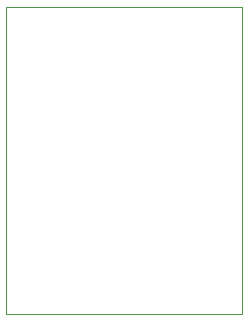
<source format=gko>
G75*
%MOIN*%
%OFA0B0*%
%FSLAX25Y25*%
%IPPOS*%
%LPD*%
%AMOC8*
5,1,8,0,0,1.08239X$1,22.5*
%
%ADD10C,0.00000*%
D10*
X0018776Y0019760D02*
X0018776Y0122122D01*
X0097516Y0122122D01*
X0097516Y0019760D01*
X0018776Y0019760D01*
M02*

</source>
